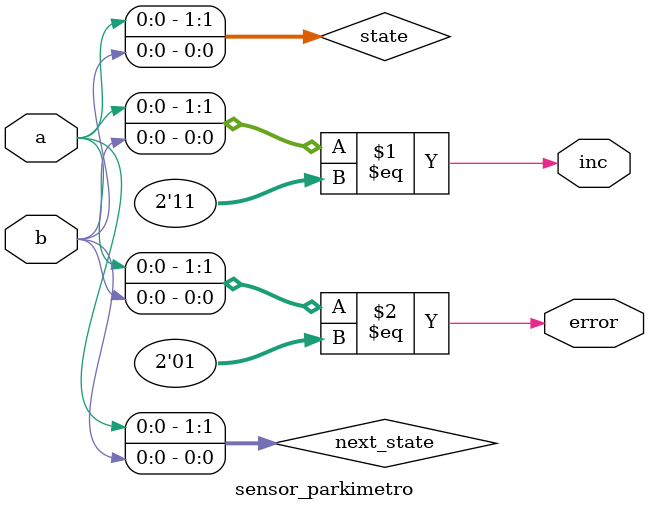
<source format=v>
`timescale 1ns / 1ps
module sensor_parkimetro(
   input wire a,
   input wire b,
//	output saliendo,
//	output entrando,
	output wire inc,
	output wire error
   );

	reg[1:0] state;
	wire[1:0] next_state;
	localparam [1:0]
		vacio = 2'b00,
		moviendose = 2'b10,
		estacionado = 2'b11,
		invalido = 2'b01;
		
	// 00 vacio
	// 10 entrando
	// 11 estacionado
	// 01 saliendo
	assign next_state = {a,b};
	
	assign inc = (state == estacionado);
	assign error = (state == invalido);
	
	always@ (next_state)
	begin
		case (state)
			invalido:
			begin
				if ( next_state == vacio )
					state = next_state;
			end
			vacio:
			begin
				if ( next_state == moviendose)
					state = next_state;
				else
				begin
					state = invalido;
				end
			end
			moviendose:
			begin
				if ( next_state == estacionado)
				begin
					state = next_state;
				end
				else if ( next_state == vacio )
					state = next_state;
				else
				begin
					state = invalido;
				end
			end
			estacionado:
			begin
				if ( next_state == moviendose)
					state = next_state;
				else
				begin
					state = invalido;
				end
			end
			default:
				state = next_state;
		endcase
	end

endmodule

</source>
